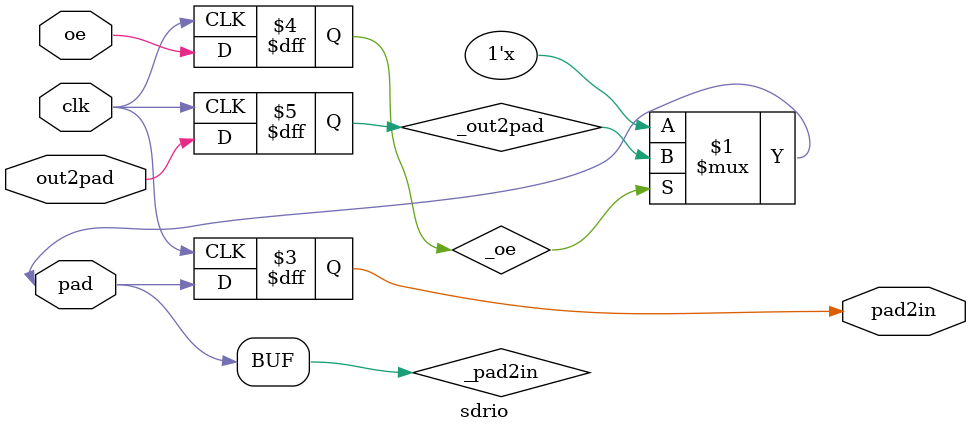
<source format=v>
module sdrio(
    input clk,
	output reg pad2in,
	input oe,
	inout pad,
	input out2pad
);

reg _oe, _out2pad;
wire _pad2in;

assign pad = _oe ? _out2pad : 1'bz;
assign _pad2in = pad;

always @(posedge clk)
    begin
        _oe      <= oe;
        _out2pad <= out2pad;
        pad2in   <= _pad2in;
    end

endmodule

</source>
